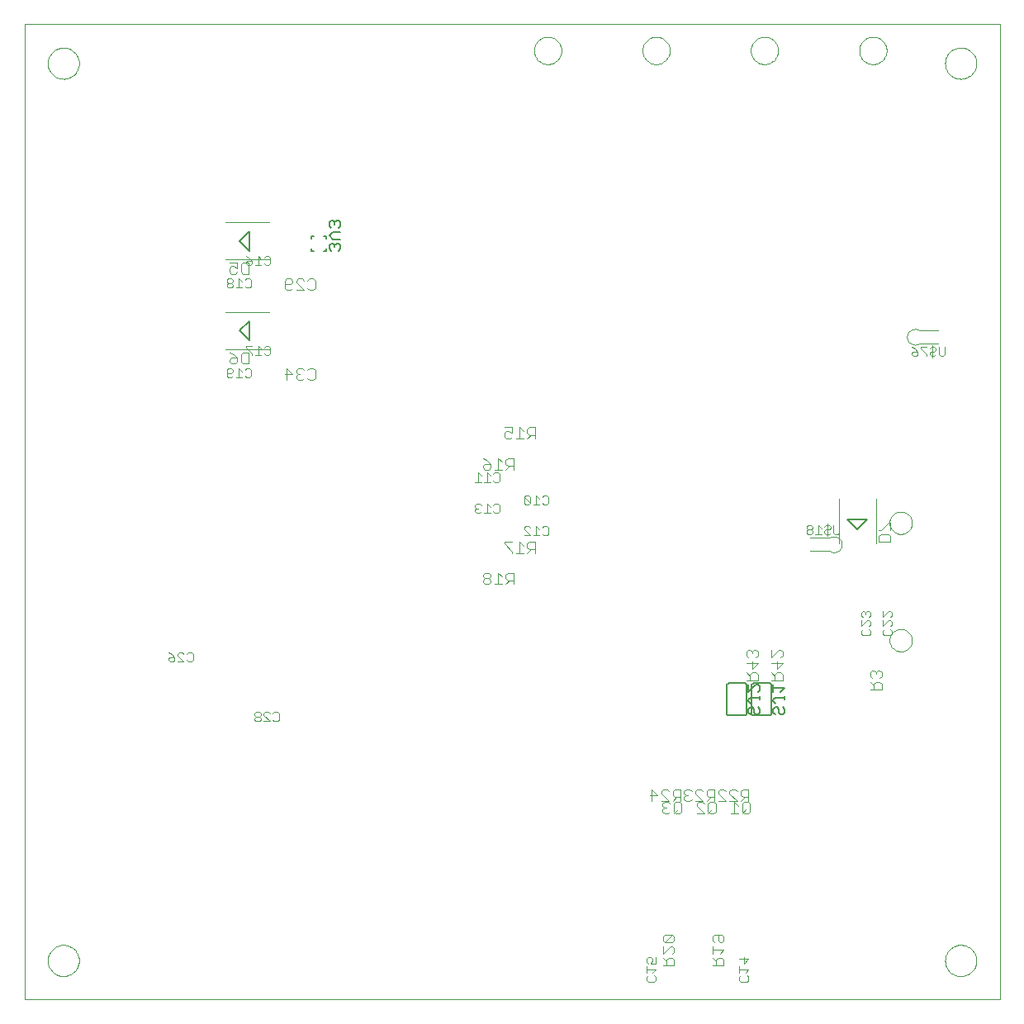
<source format=gbo>
G75*
G70*
%OFA0B0*%
%FSLAX24Y24*%
%IPPOS*%
%LPD*%
%AMOC8*
5,1,8,0,0,1.08239X$1,22.5*
%
%ADD10C,0.0000*%
%ADD11C,0.0040*%
%ADD12C,0.0030*%
%ADD13C,0.0080*%
%ADD14C,0.0039*%
%ADD15C,0.0060*%
%ADD16C,0.0050*%
D10*
X002853Y000150D02*
X002853Y039520D01*
X042223Y039520D01*
X042223Y000150D01*
X002853Y000150D01*
X003798Y001725D02*
X003800Y001775D01*
X003806Y001825D01*
X003816Y001874D01*
X003830Y001922D01*
X003847Y001969D01*
X003868Y002014D01*
X003893Y002058D01*
X003921Y002099D01*
X003953Y002138D01*
X003987Y002175D01*
X004024Y002209D01*
X004064Y002239D01*
X004106Y002266D01*
X004150Y002290D01*
X004196Y002311D01*
X004243Y002327D01*
X004291Y002340D01*
X004341Y002349D01*
X004390Y002354D01*
X004441Y002355D01*
X004491Y002352D01*
X004540Y002345D01*
X004589Y002334D01*
X004637Y002319D01*
X004683Y002301D01*
X004728Y002279D01*
X004771Y002253D01*
X004812Y002224D01*
X004851Y002192D01*
X004887Y002157D01*
X004919Y002119D01*
X004949Y002079D01*
X004976Y002036D01*
X004999Y001992D01*
X005018Y001946D01*
X005034Y001898D01*
X005046Y001849D01*
X005054Y001800D01*
X005058Y001750D01*
X005058Y001700D01*
X005054Y001650D01*
X005046Y001601D01*
X005034Y001552D01*
X005018Y001504D01*
X004999Y001458D01*
X004976Y001414D01*
X004949Y001371D01*
X004919Y001331D01*
X004887Y001293D01*
X004851Y001258D01*
X004812Y001226D01*
X004771Y001197D01*
X004728Y001171D01*
X004683Y001149D01*
X004637Y001131D01*
X004589Y001116D01*
X004540Y001105D01*
X004491Y001098D01*
X004441Y001095D01*
X004390Y001096D01*
X004341Y001101D01*
X004291Y001110D01*
X004243Y001123D01*
X004196Y001139D01*
X004150Y001160D01*
X004106Y001184D01*
X004064Y001211D01*
X004024Y001241D01*
X003987Y001275D01*
X003953Y001312D01*
X003921Y001351D01*
X003893Y001392D01*
X003868Y001436D01*
X003847Y001481D01*
X003830Y001528D01*
X003816Y001576D01*
X003806Y001625D01*
X003800Y001675D01*
X003798Y001725D01*
X037775Y014655D02*
X037777Y014697D01*
X037783Y014739D01*
X037793Y014781D01*
X037806Y014821D01*
X037824Y014860D01*
X037845Y014897D01*
X037869Y014931D01*
X037897Y014964D01*
X037927Y014994D01*
X037960Y015020D01*
X037995Y015044D01*
X038033Y015064D01*
X038072Y015080D01*
X038112Y015093D01*
X038154Y015102D01*
X038196Y015107D01*
X038239Y015108D01*
X038281Y015105D01*
X038323Y015098D01*
X038364Y015087D01*
X038404Y015072D01*
X038442Y015054D01*
X038479Y015032D01*
X038513Y015007D01*
X038545Y014979D01*
X038573Y014948D01*
X038599Y014914D01*
X038622Y014878D01*
X038641Y014841D01*
X038657Y014801D01*
X038669Y014760D01*
X038677Y014719D01*
X038681Y014676D01*
X038681Y014634D01*
X038677Y014591D01*
X038669Y014550D01*
X038657Y014509D01*
X038641Y014469D01*
X038622Y014432D01*
X038599Y014396D01*
X038573Y014362D01*
X038545Y014331D01*
X038513Y014303D01*
X038479Y014278D01*
X038442Y014256D01*
X038404Y014238D01*
X038364Y014223D01*
X038323Y014212D01*
X038281Y014205D01*
X038239Y014202D01*
X038196Y014203D01*
X038154Y014208D01*
X038112Y014217D01*
X038072Y014230D01*
X038033Y014246D01*
X037995Y014266D01*
X037960Y014290D01*
X037927Y014316D01*
X037897Y014346D01*
X037869Y014379D01*
X037845Y014413D01*
X037824Y014450D01*
X037806Y014489D01*
X037793Y014529D01*
X037783Y014571D01*
X037777Y014613D01*
X037775Y014655D01*
X037775Y019395D02*
X037777Y019437D01*
X037783Y019479D01*
X037793Y019521D01*
X037806Y019561D01*
X037824Y019600D01*
X037845Y019637D01*
X037869Y019671D01*
X037897Y019704D01*
X037927Y019734D01*
X037960Y019760D01*
X037995Y019784D01*
X038033Y019804D01*
X038072Y019820D01*
X038112Y019833D01*
X038154Y019842D01*
X038196Y019847D01*
X038239Y019848D01*
X038281Y019845D01*
X038323Y019838D01*
X038364Y019827D01*
X038404Y019812D01*
X038442Y019794D01*
X038479Y019772D01*
X038513Y019747D01*
X038545Y019719D01*
X038573Y019688D01*
X038599Y019654D01*
X038622Y019618D01*
X038641Y019581D01*
X038657Y019541D01*
X038669Y019500D01*
X038677Y019459D01*
X038681Y019416D01*
X038681Y019374D01*
X038677Y019331D01*
X038669Y019290D01*
X038657Y019249D01*
X038641Y019209D01*
X038622Y019172D01*
X038599Y019136D01*
X038573Y019102D01*
X038545Y019071D01*
X038513Y019043D01*
X038479Y019018D01*
X038442Y018996D01*
X038404Y018978D01*
X038364Y018963D01*
X038323Y018952D01*
X038281Y018945D01*
X038239Y018942D01*
X038196Y018943D01*
X038154Y018948D01*
X038112Y018957D01*
X038072Y018970D01*
X038033Y018986D01*
X037995Y019006D01*
X037960Y019030D01*
X037927Y019056D01*
X037897Y019086D01*
X037869Y019119D01*
X037845Y019153D01*
X037824Y019190D01*
X037806Y019229D01*
X037793Y019269D01*
X037783Y019311D01*
X037777Y019353D01*
X037775Y019395D01*
X040018Y001725D02*
X040020Y001775D01*
X040026Y001825D01*
X040036Y001874D01*
X040050Y001922D01*
X040067Y001969D01*
X040088Y002014D01*
X040113Y002058D01*
X040141Y002099D01*
X040173Y002138D01*
X040207Y002175D01*
X040244Y002209D01*
X040284Y002239D01*
X040326Y002266D01*
X040370Y002290D01*
X040416Y002311D01*
X040463Y002327D01*
X040511Y002340D01*
X040561Y002349D01*
X040610Y002354D01*
X040661Y002355D01*
X040711Y002352D01*
X040760Y002345D01*
X040809Y002334D01*
X040857Y002319D01*
X040903Y002301D01*
X040948Y002279D01*
X040991Y002253D01*
X041032Y002224D01*
X041071Y002192D01*
X041107Y002157D01*
X041139Y002119D01*
X041169Y002079D01*
X041196Y002036D01*
X041219Y001992D01*
X041238Y001946D01*
X041254Y001898D01*
X041266Y001849D01*
X041274Y001800D01*
X041278Y001750D01*
X041278Y001700D01*
X041274Y001650D01*
X041266Y001601D01*
X041254Y001552D01*
X041238Y001504D01*
X041219Y001458D01*
X041196Y001414D01*
X041169Y001371D01*
X041139Y001331D01*
X041107Y001293D01*
X041071Y001258D01*
X041032Y001226D01*
X040991Y001197D01*
X040948Y001171D01*
X040903Y001149D01*
X040857Y001131D01*
X040809Y001116D01*
X040760Y001105D01*
X040711Y001098D01*
X040661Y001095D01*
X040610Y001096D01*
X040561Y001101D01*
X040511Y001110D01*
X040463Y001123D01*
X040416Y001139D01*
X040370Y001160D01*
X040326Y001184D01*
X040284Y001211D01*
X040244Y001241D01*
X040207Y001275D01*
X040173Y001312D01*
X040141Y001351D01*
X040113Y001392D01*
X040088Y001436D01*
X040067Y001481D01*
X040050Y001528D01*
X040036Y001576D01*
X040026Y001625D01*
X040020Y001675D01*
X040018Y001725D01*
X040018Y037945D02*
X040020Y037995D01*
X040026Y038045D01*
X040036Y038094D01*
X040050Y038142D01*
X040067Y038189D01*
X040088Y038234D01*
X040113Y038278D01*
X040141Y038319D01*
X040173Y038358D01*
X040207Y038395D01*
X040244Y038429D01*
X040284Y038459D01*
X040326Y038486D01*
X040370Y038510D01*
X040416Y038531D01*
X040463Y038547D01*
X040511Y038560D01*
X040561Y038569D01*
X040610Y038574D01*
X040661Y038575D01*
X040711Y038572D01*
X040760Y038565D01*
X040809Y038554D01*
X040857Y038539D01*
X040903Y038521D01*
X040948Y038499D01*
X040991Y038473D01*
X041032Y038444D01*
X041071Y038412D01*
X041107Y038377D01*
X041139Y038339D01*
X041169Y038299D01*
X041196Y038256D01*
X041219Y038212D01*
X041238Y038166D01*
X041254Y038118D01*
X041266Y038069D01*
X041274Y038020D01*
X041278Y037970D01*
X041278Y037920D01*
X041274Y037870D01*
X041266Y037821D01*
X041254Y037772D01*
X041238Y037724D01*
X041219Y037678D01*
X041196Y037634D01*
X041169Y037591D01*
X041139Y037551D01*
X041107Y037513D01*
X041071Y037478D01*
X041032Y037446D01*
X040991Y037417D01*
X040948Y037391D01*
X040903Y037369D01*
X040857Y037351D01*
X040809Y037336D01*
X040760Y037325D01*
X040711Y037318D01*
X040661Y037315D01*
X040610Y037316D01*
X040561Y037321D01*
X040511Y037330D01*
X040463Y037343D01*
X040416Y037359D01*
X040370Y037380D01*
X040326Y037404D01*
X040284Y037431D01*
X040244Y037461D01*
X040207Y037495D01*
X040173Y037532D01*
X040141Y037571D01*
X040113Y037612D01*
X040088Y037656D01*
X040067Y037701D01*
X040050Y037748D01*
X040036Y037796D01*
X040026Y037845D01*
X040020Y037895D01*
X040018Y037945D01*
X036552Y038459D02*
X036554Y038506D01*
X036560Y038552D01*
X036570Y038598D01*
X036583Y038643D01*
X036601Y038686D01*
X036622Y038728D01*
X036646Y038768D01*
X036674Y038805D01*
X036705Y038840D01*
X036739Y038873D01*
X036775Y038902D01*
X036814Y038928D01*
X036855Y038951D01*
X036898Y038970D01*
X036942Y038986D01*
X036987Y038998D01*
X037033Y039006D01*
X037080Y039010D01*
X037126Y039010D01*
X037173Y039006D01*
X037219Y038998D01*
X037264Y038986D01*
X037308Y038970D01*
X037351Y038951D01*
X037392Y038928D01*
X037431Y038902D01*
X037467Y038873D01*
X037501Y038840D01*
X037532Y038805D01*
X037560Y038768D01*
X037584Y038728D01*
X037605Y038686D01*
X037623Y038643D01*
X037636Y038598D01*
X037646Y038552D01*
X037652Y038506D01*
X037654Y038459D01*
X037652Y038412D01*
X037646Y038366D01*
X037636Y038320D01*
X037623Y038275D01*
X037605Y038232D01*
X037584Y038190D01*
X037560Y038150D01*
X037532Y038113D01*
X037501Y038078D01*
X037467Y038045D01*
X037431Y038016D01*
X037392Y037990D01*
X037351Y037967D01*
X037308Y037948D01*
X037264Y037932D01*
X037219Y037920D01*
X037173Y037912D01*
X037126Y037908D01*
X037080Y037908D01*
X037033Y037912D01*
X036987Y037920D01*
X036942Y037932D01*
X036898Y037948D01*
X036855Y037967D01*
X036814Y037990D01*
X036775Y038016D01*
X036739Y038045D01*
X036705Y038078D01*
X036674Y038113D01*
X036646Y038150D01*
X036622Y038190D01*
X036601Y038232D01*
X036583Y038275D01*
X036570Y038320D01*
X036560Y038366D01*
X036554Y038412D01*
X036552Y038459D01*
X032177Y038459D02*
X032179Y038506D01*
X032185Y038552D01*
X032195Y038598D01*
X032208Y038643D01*
X032226Y038686D01*
X032247Y038728D01*
X032271Y038768D01*
X032299Y038805D01*
X032330Y038840D01*
X032364Y038873D01*
X032400Y038902D01*
X032439Y038928D01*
X032480Y038951D01*
X032523Y038970D01*
X032567Y038986D01*
X032612Y038998D01*
X032658Y039006D01*
X032705Y039010D01*
X032751Y039010D01*
X032798Y039006D01*
X032844Y038998D01*
X032889Y038986D01*
X032933Y038970D01*
X032976Y038951D01*
X033017Y038928D01*
X033056Y038902D01*
X033092Y038873D01*
X033126Y038840D01*
X033157Y038805D01*
X033185Y038768D01*
X033209Y038728D01*
X033230Y038686D01*
X033248Y038643D01*
X033261Y038598D01*
X033271Y038552D01*
X033277Y038506D01*
X033279Y038459D01*
X033277Y038412D01*
X033271Y038366D01*
X033261Y038320D01*
X033248Y038275D01*
X033230Y038232D01*
X033209Y038190D01*
X033185Y038150D01*
X033157Y038113D01*
X033126Y038078D01*
X033092Y038045D01*
X033056Y038016D01*
X033017Y037990D01*
X032976Y037967D01*
X032933Y037948D01*
X032889Y037932D01*
X032844Y037920D01*
X032798Y037912D01*
X032751Y037908D01*
X032705Y037908D01*
X032658Y037912D01*
X032612Y037920D01*
X032567Y037932D01*
X032523Y037948D01*
X032480Y037967D01*
X032439Y037990D01*
X032400Y038016D01*
X032364Y038045D01*
X032330Y038078D01*
X032299Y038113D01*
X032271Y038150D01*
X032247Y038190D01*
X032226Y038232D01*
X032208Y038275D01*
X032195Y038320D01*
X032185Y038366D01*
X032179Y038412D01*
X032177Y038459D01*
X027802Y038459D02*
X027804Y038506D01*
X027810Y038552D01*
X027820Y038598D01*
X027833Y038643D01*
X027851Y038686D01*
X027872Y038728D01*
X027896Y038768D01*
X027924Y038805D01*
X027955Y038840D01*
X027989Y038873D01*
X028025Y038902D01*
X028064Y038928D01*
X028105Y038951D01*
X028148Y038970D01*
X028192Y038986D01*
X028237Y038998D01*
X028283Y039006D01*
X028330Y039010D01*
X028376Y039010D01*
X028423Y039006D01*
X028469Y038998D01*
X028514Y038986D01*
X028558Y038970D01*
X028601Y038951D01*
X028642Y038928D01*
X028681Y038902D01*
X028717Y038873D01*
X028751Y038840D01*
X028782Y038805D01*
X028810Y038768D01*
X028834Y038728D01*
X028855Y038686D01*
X028873Y038643D01*
X028886Y038598D01*
X028896Y038552D01*
X028902Y038506D01*
X028904Y038459D01*
X028902Y038412D01*
X028896Y038366D01*
X028886Y038320D01*
X028873Y038275D01*
X028855Y038232D01*
X028834Y038190D01*
X028810Y038150D01*
X028782Y038113D01*
X028751Y038078D01*
X028717Y038045D01*
X028681Y038016D01*
X028642Y037990D01*
X028601Y037967D01*
X028558Y037948D01*
X028514Y037932D01*
X028469Y037920D01*
X028423Y037912D01*
X028376Y037908D01*
X028330Y037908D01*
X028283Y037912D01*
X028237Y037920D01*
X028192Y037932D01*
X028148Y037948D01*
X028105Y037967D01*
X028064Y037990D01*
X028025Y038016D01*
X027989Y038045D01*
X027955Y038078D01*
X027924Y038113D01*
X027896Y038150D01*
X027872Y038190D01*
X027851Y038232D01*
X027833Y038275D01*
X027820Y038320D01*
X027810Y038366D01*
X027804Y038412D01*
X027802Y038459D01*
X023427Y038459D02*
X023429Y038506D01*
X023435Y038552D01*
X023445Y038598D01*
X023458Y038643D01*
X023476Y038686D01*
X023497Y038728D01*
X023521Y038768D01*
X023549Y038805D01*
X023580Y038840D01*
X023614Y038873D01*
X023650Y038902D01*
X023689Y038928D01*
X023730Y038951D01*
X023773Y038970D01*
X023817Y038986D01*
X023862Y038998D01*
X023908Y039006D01*
X023955Y039010D01*
X024001Y039010D01*
X024048Y039006D01*
X024094Y038998D01*
X024139Y038986D01*
X024183Y038970D01*
X024226Y038951D01*
X024267Y038928D01*
X024306Y038902D01*
X024342Y038873D01*
X024376Y038840D01*
X024407Y038805D01*
X024435Y038768D01*
X024459Y038728D01*
X024480Y038686D01*
X024498Y038643D01*
X024511Y038598D01*
X024521Y038552D01*
X024527Y038506D01*
X024529Y038459D01*
X024527Y038412D01*
X024521Y038366D01*
X024511Y038320D01*
X024498Y038275D01*
X024480Y038232D01*
X024459Y038190D01*
X024435Y038150D01*
X024407Y038113D01*
X024376Y038078D01*
X024342Y038045D01*
X024306Y038016D01*
X024267Y037990D01*
X024226Y037967D01*
X024183Y037948D01*
X024139Y037932D01*
X024094Y037920D01*
X024048Y037912D01*
X024001Y037908D01*
X023955Y037908D01*
X023908Y037912D01*
X023862Y037920D01*
X023817Y037932D01*
X023773Y037948D01*
X023730Y037967D01*
X023689Y037990D01*
X023650Y038016D01*
X023614Y038045D01*
X023580Y038078D01*
X023549Y038113D01*
X023521Y038150D01*
X023497Y038190D01*
X023476Y038232D01*
X023458Y038275D01*
X023445Y038320D01*
X023435Y038366D01*
X023429Y038412D01*
X023427Y038459D01*
X003798Y037945D02*
X003800Y037995D01*
X003806Y038045D01*
X003816Y038094D01*
X003830Y038142D01*
X003847Y038189D01*
X003868Y038234D01*
X003893Y038278D01*
X003921Y038319D01*
X003953Y038358D01*
X003987Y038395D01*
X004024Y038429D01*
X004064Y038459D01*
X004106Y038486D01*
X004150Y038510D01*
X004196Y038531D01*
X004243Y038547D01*
X004291Y038560D01*
X004341Y038569D01*
X004390Y038574D01*
X004441Y038575D01*
X004491Y038572D01*
X004540Y038565D01*
X004589Y038554D01*
X004637Y038539D01*
X004683Y038521D01*
X004728Y038499D01*
X004771Y038473D01*
X004812Y038444D01*
X004851Y038412D01*
X004887Y038377D01*
X004919Y038339D01*
X004949Y038299D01*
X004976Y038256D01*
X004999Y038212D01*
X005018Y038166D01*
X005034Y038118D01*
X005046Y038069D01*
X005054Y038020D01*
X005058Y037970D01*
X005058Y037920D01*
X005054Y037870D01*
X005046Y037821D01*
X005034Y037772D01*
X005018Y037724D01*
X004999Y037678D01*
X004976Y037634D01*
X004949Y037591D01*
X004919Y037551D01*
X004887Y037513D01*
X004851Y037478D01*
X004812Y037446D01*
X004771Y037417D01*
X004728Y037391D01*
X004683Y037369D01*
X004637Y037351D01*
X004589Y037336D01*
X004540Y037325D01*
X004491Y037318D01*
X004441Y037315D01*
X004390Y037316D01*
X004341Y037321D01*
X004291Y037330D01*
X004243Y037343D01*
X004196Y037359D01*
X004150Y037380D01*
X004106Y037404D01*
X004064Y037431D01*
X004024Y037461D01*
X003987Y037495D01*
X003953Y037532D01*
X003921Y037571D01*
X003893Y037612D01*
X003868Y037656D01*
X003847Y037701D01*
X003830Y037748D01*
X003816Y037796D01*
X003806Y037845D01*
X003800Y037895D01*
X003798Y037945D01*
D11*
X010963Y031525D02*
X012743Y031525D01*
X012743Y030025D02*
X010963Y030025D01*
X011136Y029905D02*
X011443Y029905D01*
X011443Y029675D01*
X011290Y029752D01*
X011213Y029752D01*
X011136Y029675D01*
X011136Y029522D01*
X011213Y029445D01*
X011367Y029445D01*
X011443Y029522D01*
X011597Y029522D02*
X011597Y029829D01*
X011674Y029905D01*
X011904Y029905D01*
X011904Y029445D01*
X011674Y029445D01*
X011597Y029522D01*
X010963Y027900D02*
X012743Y027900D01*
X013438Y028795D02*
X013361Y028872D01*
X013361Y029179D01*
X013438Y029255D01*
X013592Y029255D01*
X013668Y029179D01*
X013668Y029102D01*
X013592Y029025D01*
X013361Y029025D01*
X013438Y028795D02*
X013592Y028795D01*
X013668Y028872D01*
X013822Y028795D02*
X014129Y028795D01*
X013822Y029102D01*
X013822Y029179D01*
X013899Y029255D01*
X014052Y029255D01*
X014129Y029179D01*
X014282Y029179D02*
X014359Y029255D01*
X014512Y029255D01*
X014589Y029179D01*
X014589Y028872D01*
X014512Y028795D01*
X014359Y028795D01*
X014282Y028872D01*
X012743Y026400D02*
X010963Y026400D01*
X011136Y026280D02*
X011290Y026204D01*
X011443Y026050D01*
X011213Y026050D01*
X011136Y025973D01*
X011136Y025897D01*
X011213Y025820D01*
X011367Y025820D01*
X011443Y025897D01*
X011443Y026050D01*
X011597Y025897D02*
X011597Y026204D01*
X011674Y026280D01*
X011904Y026280D01*
X011904Y025820D01*
X011674Y025820D01*
X011597Y025897D01*
X013361Y025400D02*
X013668Y025400D01*
X013438Y025630D01*
X013438Y025170D01*
X013822Y025247D02*
X013899Y025170D01*
X014052Y025170D01*
X014129Y025247D01*
X014282Y025247D02*
X014359Y025170D01*
X014512Y025170D01*
X014589Y025247D01*
X014589Y025554D01*
X014512Y025630D01*
X014359Y025630D01*
X014282Y025554D01*
X014129Y025554D02*
X014052Y025630D01*
X013899Y025630D01*
X013822Y025554D01*
X013822Y025477D01*
X013899Y025400D01*
X013822Y025323D01*
X013822Y025247D01*
X013899Y025400D02*
X013975Y025400D01*
X021361Y022005D02*
X021515Y021929D01*
X021668Y021775D01*
X021438Y021775D01*
X021361Y021698D01*
X021361Y021622D01*
X021438Y021545D01*
X021592Y021545D01*
X021668Y021622D01*
X021668Y021775D01*
X021822Y021545D02*
X022129Y021545D01*
X022282Y021545D02*
X022436Y021698D01*
X022359Y021698D02*
X022589Y021698D01*
X022589Y021545D02*
X022589Y022005D01*
X022359Y022005D01*
X022282Y021929D01*
X022282Y021775D01*
X022359Y021698D01*
X022129Y021852D02*
X021975Y022005D01*
X021975Y021545D01*
X022307Y022795D02*
X022460Y022795D01*
X022537Y022872D01*
X022537Y023025D02*
X022384Y023102D01*
X022307Y023102D01*
X022230Y023025D01*
X022230Y022872D01*
X022307Y022795D01*
X022537Y023025D02*
X022537Y023255D01*
X022230Y023255D01*
X022844Y023255D02*
X022844Y022795D01*
X022691Y022795D02*
X022998Y022795D01*
X023151Y022795D02*
X023304Y022948D01*
X023228Y022948D02*
X023458Y022948D01*
X023458Y022795D02*
X023458Y023255D01*
X023228Y023255D01*
X023151Y023179D01*
X023151Y023025D01*
X023228Y022948D01*
X022998Y023102D02*
X022844Y023255D01*
X022844Y018630D02*
X022844Y018170D01*
X022691Y018170D02*
X022998Y018170D01*
X023151Y018170D02*
X023304Y018323D01*
X023228Y018323D02*
X023458Y018323D01*
X023458Y018170D02*
X023458Y018630D01*
X023228Y018630D01*
X023151Y018554D01*
X023151Y018400D01*
X023228Y018323D01*
X022998Y018477D02*
X022844Y018630D01*
X022537Y018630D02*
X022230Y018630D01*
X022230Y018554D01*
X022537Y018247D01*
X022537Y018170D01*
X022589Y017380D02*
X022359Y017380D01*
X022282Y017304D01*
X022282Y017150D01*
X022359Y017073D01*
X022589Y017073D01*
X022589Y016920D02*
X022589Y017380D01*
X022436Y017073D02*
X022282Y016920D01*
X022129Y016920D02*
X021822Y016920D01*
X021975Y016920D02*
X021975Y017380D01*
X022129Y017227D01*
X021668Y017227D02*
X021668Y017304D01*
X021592Y017380D01*
X021438Y017380D01*
X021361Y017304D01*
X021361Y017227D01*
X021438Y017150D01*
X021592Y017150D01*
X021668Y017227D01*
X021592Y017150D02*
X021668Y017073D01*
X021668Y016997D01*
X021592Y016920D01*
X021438Y016920D01*
X021361Y016997D01*
X021361Y017073D01*
X021438Y017150D01*
X028182Y008630D02*
X028412Y008400D01*
X028105Y008400D01*
X028182Y008170D02*
X028182Y008630D01*
X028566Y008554D02*
X028642Y008630D01*
X028796Y008630D01*
X028873Y008554D01*
X029026Y008554D02*
X029026Y008400D01*
X029103Y008323D01*
X029333Y008323D01*
X029480Y008323D02*
X029480Y008247D01*
X029557Y008170D01*
X029710Y008170D01*
X029787Y008247D01*
X029941Y008170D02*
X030248Y008170D01*
X029941Y008477D01*
X029941Y008554D01*
X030017Y008630D01*
X030171Y008630D01*
X030248Y008554D01*
X030401Y008554D02*
X030401Y008400D01*
X030478Y008323D01*
X030708Y008323D01*
X030708Y008170D02*
X030708Y008630D01*
X030478Y008630D01*
X030401Y008554D01*
X030554Y008323D02*
X030401Y008170D01*
X030447Y008054D02*
X030447Y007747D01*
X030524Y007670D01*
X030677Y007670D01*
X030754Y007747D01*
X030754Y008054D01*
X030677Y008130D01*
X030524Y008130D01*
X030447Y008054D01*
X030293Y008054D02*
X030217Y008130D01*
X030063Y008130D01*
X029986Y008054D01*
X029986Y007977D01*
X030293Y007670D01*
X029986Y007670D01*
X030447Y007670D02*
X030600Y007823D01*
X030855Y008170D02*
X031162Y008170D01*
X030855Y008477D01*
X030855Y008554D01*
X030932Y008630D01*
X031085Y008630D01*
X031162Y008554D01*
X031316Y008554D02*
X031316Y008477D01*
X031623Y008170D01*
X031316Y008170D01*
X031515Y008130D02*
X031515Y007670D01*
X031668Y007670D02*
X031361Y007670D01*
X031668Y007977D02*
X031515Y008130D01*
X031776Y008170D02*
X031929Y008323D01*
X031853Y008323D02*
X032083Y008323D01*
X032083Y008170D02*
X032083Y008630D01*
X031853Y008630D01*
X031776Y008554D01*
X031776Y008400D01*
X031853Y008323D01*
X031899Y008130D02*
X031822Y008054D01*
X031822Y007747D01*
X031899Y007670D01*
X032052Y007670D01*
X032129Y007747D01*
X032129Y008054D01*
X032052Y008130D01*
X031899Y008130D01*
X031975Y007823D02*
X031822Y007670D01*
X031623Y008554D02*
X031546Y008630D01*
X031392Y008630D01*
X031316Y008554D01*
X029787Y008554D02*
X029710Y008630D01*
X029557Y008630D01*
X029480Y008554D01*
X029480Y008477D01*
X029557Y008400D01*
X029480Y008323D01*
X029557Y008400D02*
X029634Y008400D01*
X029333Y008170D02*
X029333Y008630D01*
X029103Y008630D01*
X029026Y008554D01*
X029179Y008323D02*
X029026Y008170D01*
X029072Y008054D02*
X029072Y007747D01*
X029149Y007670D01*
X029302Y007670D01*
X029379Y007747D01*
X029379Y008054D01*
X029302Y008130D01*
X029149Y008130D01*
X029072Y008054D01*
X028918Y008054D02*
X028842Y008130D01*
X028688Y008130D01*
X028611Y008054D01*
X028611Y007977D01*
X028688Y007900D01*
X028611Y007823D01*
X028611Y007747D01*
X028688Y007670D01*
X028842Y007670D01*
X028918Y007747D01*
X029072Y007670D02*
X029225Y007823D01*
X028765Y007900D02*
X028688Y007900D01*
X028566Y008170D02*
X028873Y008170D01*
X028566Y008477D01*
X028566Y008554D01*
X031998Y013045D02*
X032458Y013045D01*
X032458Y013275D01*
X032382Y013352D01*
X032228Y013352D01*
X032151Y013275D01*
X032151Y013045D01*
X032151Y013198D02*
X031998Y013352D01*
X032228Y013505D02*
X032228Y013812D01*
X032075Y013966D02*
X031998Y014043D01*
X031998Y014196D01*
X032075Y014273D01*
X032151Y014273D01*
X032228Y014196D01*
X032228Y014119D01*
X032228Y014196D02*
X032305Y014273D01*
X032382Y014273D01*
X032458Y014196D01*
X032458Y014043D01*
X032382Y013966D01*
X032458Y013736D02*
X031998Y013736D01*
X032228Y013505D02*
X032458Y013736D01*
X032998Y013736D02*
X033458Y013736D01*
X033228Y013505D01*
X033228Y013812D01*
X033382Y013966D02*
X033458Y014043D01*
X033458Y014196D01*
X033382Y014273D01*
X033305Y014273D01*
X032998Y013966D01*
X032998Y014273D01*
X032998Y013352D02*
X033151Y013198D01*
X033151Y013275D02*
X033151Y013045D01*
X032998Y013045D02*
X033458Y013045D01*
X033458Y013275D01*
X033382Y013352D01*
X033228Y013352D01*
X033151Y013275D01*
X036998Y013207D02*
X037075Y013130D01*
X036998Y013207D02*
X036998Y013361D01*
X037075Y013437D01*
X037151Y013437D01*
X037228Y013361D01*
X037228Y013284D01*
X037228Y013361D02*
X037305Y013437D01*
X037382Y013437D01*
X037458Y013361D01*
X037458Y013207D01*
X037382Y013130D01*
X037382Y012977D02*
X037228Y012977D01*
X037151Y012900D01*
X037151Y012670D01*
X036998Y012670D02*
X037458Y012670D01*
X037458Y012900D01*
X037382Y012977D01*
X037151Y012823D02*
X036998Y012977D01*
X037228Y018573D02*
X037228Y020353D01*
X037732Y019400D02*
X037425Y019093D01*
X037348Y019093D01*
X037425Y018939D02*
X037732Y018939D01*
X037808Y018863D01*
X037808Y018633D01*
X037348Y018633D01*
X037348Y018863D01*
X037425Y018939D01*
X037808Y019093D02*
X037808Y019400D01*
X037732Y019400D01*
X035728Y018573D02*
X035728Y020353D01*
X031007Y002767D02*
X030700Y002767D01*
X030623Y002690D01*
X030623Y002536D01*
X030700Y002460D01*
X030853Y002536D02*
X030853Y002767D01*
X031007Y002767D02*
X031083Y002690D01*
X031083Y002536D01*
X031007Y002460D01*
X030930Y002460D01*
X030853Y002536D01*
X030623Y002306D02*
X030623Y001999D01*
X030623Y001846D02*
X030776Y001692D01*
X030776Y001769D02*
X030776Y001539D01*
X030623Y001539D02*
X031083Y001539D01*
X031083Y001769D01*
X031007Y001846D01*
X030853Y001846D01*
X030776Y001769D01*
X030930Y001999D02*
X031083Y002153D01*
X030623Y002153D01*
X029083Y002229D02*
X029083Y002076D01*
X029007Y001999D01*
X029007Y001846D02*
X028853Y001846D01*
X028776Y001769D01*
X028776Y001539D01*
X028623Y001539D02*
X029083Y001539D01*
X029083Y001769D01*
X029007Y001846D01*
X028776Y001692D02*
X028623Y001846D01*
X028623Y001999D02*
X028930Y002306D01*
X029007Y002306D01*
X029083Y002229D01*
X029007Y002460D02*
X029083Y002536D01*
X029083Y002690D01*
X029007Y002767D01*
X028700Y002460D01*
X028623Y002536D01*
X028623Y002690D01*
X028700Y002767D01*
X029007Y002767D01*
X029007Y002460D02*
X028700Y002460D01*
X028623Y002306D02*
X028623Y001999D01*
D12*
X028332Y001859D02*
X028332Y001612D01*
X028147Y001612D01*
X028209Y001735D01*
X028209Y001797D01*
X028147Y001859D01*
X028024Y001859D01*
X027962Y001797D01*
X027962Y001673D01*
X028024Y001612D01*
X027962Y001490D02*
X027962Y001243D01*
X027962Y001367D02*
X028332Y001367D01*
X028209Y001243D01*
X028271Y001122D02*
X028332Y001060D01*
X028332Y000937D01*
X028271Y000875D01*
X028024Y000875D01*
X027962Y000937D01*
X027962Y001060D01*
X028024Y001122D01*
X031712Y001060D02*
X031774Y001122D01*
X031712Y001060D02*
X031712Y000937D01*
X031774Y000875D01*
X032021Y000875D01*
X032082Y000937D01*
X032082Y001060D01*
X032021Y001122D01*
X031959Y001243D02*
X032082Y001367D01*
X031712Y001367D01*
X031712Y001490D02*
X031712Y001243D01*
X031897Y001612D02*
X031897Y001859D01*
X031712Y001797D02*
X032082Y001797D01*
X031897Y001612D01*
X036686Y014850D02*
X036624Y014912D01*
X036624Y015035D01*
X036686Y015097D01*
X036624Y015218D02*
X036871Y015465D01*
X036932Y015465D01*
X036994Y015404D01*
X036994Y015280D01*
X036932Y015218D01*
X036932Y015097D02*
X036994Y015035D01*
X036994Y014912D01*
X036932Y014850D01*
X036686Y014850D01*
X036624Y015218D02*
X036624Y015465D01*
X036686Y015587D02*
X036624Y015648D01*
X036624Y015772D01*
X036686Y015834D01*
X036747Y015834D01*
X036809Y015772D01*
X036809Y015710D01*
X036809Y015772D02*
X036871Y015834D01*
X036932Y015834D01*
X036994Y015772D01*
X036994Y015648D01*
X036932Y015587D01*
X037499Y015587D02*
X037746Y015834D01*
X037807Y015834D01*
X037869Y015772D01*
X037869Y015648D01*
X037807Y015587D01*
X037807Y015465D02*
X037869Y015404D01*
X037869Y015280D01*
X037807Y015218D01*
X037807Y015097D02*
X037869Y015035D01*
X037869Y014912D01*
X037807Y014850D01*
X037561Y014850D01*
X037499Y014912D01*
X037499Y015035D01*
X037561Y015097D01*
X037499Y015218D02*
X037746Y015465D01*
X037807Y015465D01*
X037499Y015465D02*
X037499Y015218D01*
X037499Y015587D02*
X037499Y015834D01*
X035690Y018934D02*
X035568Y018934D01*
X035508Y018994D01*
X035508Y019298D01*
X035388Y019237D02*
X035327Y019298D01*
X035206Y019298D01*
X035145Y019237D01*
X035025Y019176D02*
X034904Y019298D01*
X034904Y018934D01*
X035025Y018934D02*
X034783Y018934D01*
X034663Y018994D02*
X034663Y019055D01*
X034602Y019116D01*
X034481Y019116D01*
X034420Y019055D01*
X034420Y018994D01*
X034481Y018934D01*
X034602Y018934D01*
X034663Y018994D01*
X034602Y019116D02*
X034663Y019176D01*
X034663Y019237D01*
X034602Y019298D01*
X034481Y019298D01*
X034420Y019237D01*
X034420Y019176D01*
X034481Y019116D01*
X035145Y019055D02*
X035206Y019116D01*
X035327Y019116D01*
X035388Y019176D01*
X035388Y019237D01*
X035267Y019358D02*
X035267Y018873D01*
X035327Y018934D02*
X035206Y018934D01*
X035145Y018994D01*
X035145Y019055D01*
X035327Y018934D02*
X035388Y018994D01*
X035690Y018934D02*
X035750Y018994D01*
X035750Y019298D01*
X038731Y026128D02*
X038670Y026188D01*
X038670Y026249D01*
X038731Y026310D01*
X038913Y026310D01*
X038913Y026188D01*
X038852Y026128D01*
X038731Y026128D01*
X038913Y026310D02*
X038792Y026431D01*
X038670Y026492D01*
X039033Y026492D02*
X039033Y026431D01*
X039276Y026188D01*
X039276Y026128D01*
X039395Y026188D02*
X039395Y026249D01*
X039456Y026310D01*
X039577Y026310D01*
X039638Y026370D01*
X039638Y026431D01*
X039577Y026492D01*
X039456Y026492D01*
X039395Y026431D01*
X039276Y026492D02*
X039033Y026492D01*
X039395Y026188D02*
X039456Y026128D01*
X039577Y026128D01*
X039638Y026188D01*
X039758Y026188D02*
X039758Y026492D01*
X040001Y026492D02*
X040001Y026188D01*
X039940Y026128D01*
X039819Y026128D01*
X039758Y026188D01*
X039517Y026067D02*
X039517Y026552D01*
X024003Y020443D02*
X024003Y020196D01*
X023941Y020134D01*
X023818Y020134D01*
X023756Y020196D01*
X023635Y020134D02*
X023388Y020134D01*
X023511Y020134D02*
X023511Y020504D01*
X023635Y020381D01*
X023756Y020443D02*
X023818Y020504D01*
X023941Y020504D01*
X024003Y020443D01*
X023266Y020443D02*
X023266Y020196D01*
X023019Y020443D01*
X023019Y020196D01*
X023081Y020134D01*
X023205Y020134D01*
X023266Y020196D01*
X023266Y020443D02*
X023205Y020504D01*
X023081Y020504D01*
X023019Y020443D01*
X022028Y020105D02*
X022028Y019858D01*
X021966Y019796D01*
X021843Y019796D01*
X021781Y019858D01*
X021660Y019796D02*
X021413Y019796D01*
X021536Y019796D02*
X021536Y020166D01*
X021660Y020043D01*
X021781Y020105D02*
X021843Y020166D01*
X021966Y020166D01*
X022028Y020105D01*
X021291Y020105D02*
X021230Y020166D01*
X021106Y020166D01*
X021044Y020105D01*
X021044Y020043D01*
X021106Y019981D01*
X021044Y019919D01*
X021044Y019858D01*
X021106Y019796D01*
X021230Y019796D01*
X021291Y019858D01*
X021168Y019981D02*
X021106Y019981D01*
X021044Y021046D02*
X021291Y021046D01*
X021413Y021046D02*
X021660Y021046D01*
X021536Y021046D02*
X021536Y021416D01*
X021660Y021293D01*
X021781Y021355D02*
X021843Y021416D01*
X021966Y021416D01*
X022028Y021355D01*
X022028Y021108D01*
X021966Y021046D01*
X021843Y021046D01*
X021781Y021108D01*
X021291Y021293D02*
X021168Y021416D01*
X021168Y021046D01*
X023019Y019193D02*
X023081Y019254D01*
X023205Y019254D01*
X023266Y019193D01*
X023019Y019193D02*
X023019Y019131D01*
X023266Y018884D01*
X023019Y018884D01*
X023388Y018884D02*
X023635Y018884D01*
X023511Y018884D02*
X023511Y019254D01*
X023635Y019131D01*
X023756Y019193D02*
X023818Y019254D01*
X023941Y019254D01*
X024003Y019193D01*
X024003Y018946D01*
X023941Y018884D01*
X023818Y018884D01*
X023756Y018946D01*
X013128Y011693D02*
X013128Y011446D01*
X013066Y011384D01*
X012943Y011384D01*
X012881Y011446D01*
X012760Y011384D02*
X012513Y011384D01*
X012391Y011446D02*
X012330Y011384D01*
X012206Y011384D01*
X012144Y011446D01*
X012144Y011508D01*
X012206Y011569D01*
X012330Y011569D01*
X012391Y011631D01*
X012391Y011693D01*
X012330Y011754D01*
X012206Y011754D01*
X012144Y011693D01*
X012144Y011631D01*
X012206Y011569D01*
X012330Y011569D02*
X012391Y011508D01*
X012391Y011446D01*
X012513Y011631D02*
X012513Y011693D01*
X012574Y011754D01*
X012698Y011754D01*
X012760Y011693D01*
X012881Y011693D02*
X012943Y011754D01*
X013066Y011754D01*
X013128Y011693D01*
X012760Y011384D02*
X012513Y011631D01*
X009653Y013858D02*
X009591Y013796D01*
X009468Y013796D01*
X009406Y013858D01*
X009285Y013796D02*
X009038Y013796D01*
X008916Y013858D02*
X008855Y013796D01*
X008731Y013796D01*
X008669Y013858D01*
X008669Y013919D01*
X008731Y013981D01*
X008916Y013981D01*
X008916Y013858D01*
X008916Y013981D02*
X008793Y014105D01*
X008669Y014166D01*
X009038Y014105D02*
X009099Y014166D01*
X009223Y014166D01*
X009285Y014105D01*
X009406Y014105D02*
X009468Y014166D01*
X009591Y014166D01*
X009653Y014105D01*
X009653Y013858D01*
X009285Y013796D02*
X009038Y014043D01*
X009038Y014105D01*
X011081Y025259D02*
X011019Y025321D01*
X011019Y025568D01*
X011081Y025629D01*
X011205Y025629D01*
X011266Y025568D01*
X011266Y025506D01*
X011205Y025444D01*
X011019Y025444D01*
X011081Y025259D02*
X011205Y025259D01*
X011266Y025321D01*
X011388Y025259D02*
X011635Y025259D01*
X011511Y025259D02*
X011511Y025629D01*
X011635Y025506D01*
X011756Y025568D02*
X011818Y025629D01*
X011941Y025629D01*
X012003Y025568D01*
X012003Y025321D01*
X011941Y025259D01*
X011818Y025259D01*
X011756Y025321D01*
X012041Y026171D02*
X012041Y026233D01*
X011794Y026480D01*
X011794Y026541D01*
X012041Y026541D01*
X012286Y026541D02*
X012286Y026171D01*
X012163Y026171D02*
X012410Y026171D01*
X012531Y026233D02*
X012593Y026171D01*
X012716Y026171D01*
X012778Y026233D01*
X012778Y026480D01*
X012716Y026541D01*
X012593Y026541D01*
X012531Y026480D01*
X012410Y026418D02*
X012286Y026541D01*
X011941Y028884D02*
X011818Y028884D01*
X011756Y028946D01*
X011635Y028884D02*
X011388Y028884D01*
X011511Y028884D02*
X011511Y029254D01*
X011635Y029131D01*
X011756Y029193D02*
X011818Y029254D01*
X011941Y029254D01*
X012003Y029193D01*
X012003Y028946D01*
X011941Y028884D01*
X011266Y028946D02*
X011266Y029008D01*
X011205Y029069D01*
X011081Y029069D01*
X011019Y029008D01*
X011019Y028946D01*
X011081Y028884D01*
X011205Y028884D01*
X011266Y028946D01*
X011205Y029069D02*
X011266Y029131D01*
X011266Y029193D01*
X011205Y029254D01*
X011081Y029254D01*
X011019Y029193D01*
X011019Y029131D01*
X011081Y029069D01*
X011856Y029796D02*
X011794Y029858D01*
X011794Y029919D01*
X011856Y029981D01*
X012041Y029981D01*
X012041Y029858D01*
X011980Y029796D01*
X011856Y029796D01*
X012041Y029981D02*
X011918Y030105D01*
X011794Y030166D01*
X012286Y030166D02*
X012286Y029796D01*
X012163Y029796D02*
X012410Y029796D01*
X012531Y029858D02*
X012593Y029796D01*
X012716Y029796D01*
X012778Y029858D01*
X012778Y030105D01*
X012716Y030166D01*
X012593Y030166D01*
X012531Y030105D01*
X012410Y030043D02*
X012286Y030166D01*
D13*
X011929Y030381D02*
X011929Y031169D01*
X011526Y030775D01*
X011929Y030381D01*
X011929Y027544D02*
X011929Y026756D01*
X011526Y027150D01*
X011929Y027544D01*
X036084Y019538D02*
X036872Y019538D01*
X036478Y019136D01*
X036084Y019538D01*
D14*
X035372Y018801D02*
X034584Y018801D01*
X034584Y018249D02*
X035372Y018249D01*
X035372Y018250D02*
X035403Y018234D01*
X035436Y018221D01*
X035470Y018213D01*
X035505Y018208D01*
X035540Y018207D01*
X035575Y018210D01*
X035609Y018217D01*
X035643Y018227D01*
X035675Y018241D01*
X035705Y018259D01*
X035733Y018280D01*
X035759Y018303D01*
X035782Y018330D01*
X035802Y018358D01*
X035819Y018389D01*
X035832Y018422D01*
X035841Y018455D01*
X035847Y018490D01*
X035849Y018525D01*
X035847Y018560D01*
X035841Y018595D01*
X035832Y018628D01*
X035819Y018661D01*
X035802Y018692D01*
X035782Y018720D01*
X035759Y018747D01*
X035733Y018770D01*
X035705Y018791D01*
X035675Y018809D01*
X035643Y018823D01*
X035609Y018833D01*
X035575Y018840D01*
X035540Y018843D01*
X035505Y018842D01*
X035470Y018837D01*
X035436Y018829D01*
X035403Y018816D01*
X035372Y018800D01*
X038959Y026624D02*
X039747Y026624D01*
X039747Y027176D02*
X038959Y027176D01*
X038959Y027175D02*
X038928Y027191D01*
X038895Y027204D01*
X038861Y027212D01*
X038826Y027217D01*
X038791Y027218D01*
X038756Y027215D01*
X038722Y027208D01*
X038688Y027198D01*
X038656Y027184D01*
X038626Y027166D01*
X038598Y027145D01*
X038572Y027122D01*
X038549Y027095D01*
X038529Y027067D01*
X038512Y027036D01*
X038499Y027003D01*
X038490Y026970D01*
X038484Y026935D01*
X038482Y026900D01*
X038484Y026865D01*
X038490Y026830D01*
X038499Y026797D01*
X038512Y026764D01*
X038529Y026733D01*
X038549Y026705D01*
X038572Y026678D01*
X038598Y026655D01*
X038626Y026634D01*
X038656Y026616D01*
X038688Y026602D01*
X038722Y026592D01*
X038756Y026585D01*
X038791Y026582D01*
X038826Y026583D01*
X038861Y026588D01*
X038895Y026596D01*
X038928Y026609D01*
X038959Y026625D01*
D15*
X032903Y012925D02*
X032303Y012925D01*
X032286Y012923D01*
X032269Y012919D01*
X032253Y012912D01*
X032239Y012902D01*
X032226Y012889D01*
X032216Y012875D01*
X032209Y012859D01*
X032205Y012842D01*
X032203Y012825D01*
X032203Y011725D01*
X032205Y011708D01*
X032209Y011691D01*
X032216Y011675D01*
X032226Y011661D01*
X032239Y011648D01*
X032253Y011638D01*
X032269Y011631D01*
X032286Y011627D01*
X032303Y011625D01*
X032903Y011625D01*
X032920Y011627D01*
X032937Y011631D01*
X032953Y011638D01*
X032967Y011648D01*
X032980Y011661D01*
X032990Y011675D01*
X032997Y011691D01*
X033001Y011708D01*
X033003Y011725D01*
X033003Y012825D01*
X033001Y012842D01*
X032997Y012859D01*
X032990Y012875D01*
X032980Y012889D01*
X032967Y012902D01*
X032953Y012912D01*
X032937Y012919D01*
X032920Y012923D01*
X032903Y012925D01*
X032003Y012825D02*
X032003Y011725D01*
X032001Y011708D01*
X031997Y011691D01*
X031990Y011675D01*
X031980Y011661D01*
X031967Y011648D01*
X031953Y011638D01*
X031937Y011631D01*
X031920Y011627D01*
X031903Y011625D01*
X031303Y011625D01*
X031286Y011627D01*
X031269Y011631D01*
X031253Y011638D01*
X031239Y011648D01*
X031226Y011661D01*
X031216Y011675D01*
X031209Y011691D01*
X031205Y011708D01*
X031203Y011725D01*
X031203Y012825D01*
X031205Y012842D01*
X031209Y012859D01*
X031216Y012875D01*
X031226Y012889D01*
X031239Y012902D01*
X031253Y012912D01*
X031269Y012919D01*
X031286Y012923D01*
X031303Y012925D01*
X031903Y012925D01*
X031920Y012923D01*
X031937Y012919D01*
X031953Y012912D01*
X031967Y012902D01*
X031980Y012889D01*
X031990Y012875D01*
X031997Y012859D01*
X032001Y012842D01*
X032003Y012825D01*
X015028Y030350D02*
X014928Y030350D01*
X015028Y030350D02*
X015028Y030450D01*
X015028Y030850D02*
X015028Y030950D01*
X014928Y030950D01*
X014528Y030950D02*
X014428Y030950D01*
X014428Y030850D01*
X014428Y030450D02*
X014428Y030350D01*
X014528Y030350D01*
D16*
X015153Y030450D02*
X015153Y030600D01*
X015228Y030675D01*
X015303Y030675D01*
X015378Y030600D01*
X015378Y030525D01*
X015378Y030600D02*
X015453Y030675D01*
X015528Y030675D01*
X015603Y030600D01*
X015603Y030450D01*
X015528Y030375D01*
X015228Y030375D02*
X015153Y030450D01*
X015303Y030835D02*
X015153Y030986D01*
X015303Y031136D01*
X015603Y031136D01*
X015528Y031296D02*
X015603Y031371D01*
X015603Y031521D01*
X015528Y031596D01*
X015453Y031596D01*
X015378Y031521D01*
X015303Y031596D01*
X015228Y031596D01*
X015153Y031521D01*
X015153Y031371D01*
X015228Y031296D01*
X015378Y031446D02*
X015378Y031521D01*
X015303Y030835D02*
X015603Y030835D01*
X032078Y012871D02*
X032078Y012571D01*
X032378Y012871D01*
X032453Y012871D01*
X032528Y012796D01*
X032528Y012646D01*
X032453Y012571D01*
X032528Y012411D02*
X032528Y012261D01*
X032528Y012336D02*
X032153Y012336D01*
X032078Y012261D01*
X032078Y012185D01*
X032153Y012110D01*
X032153Y011950D02*
X032078Y011875D01*
X032078Y011725D01*
X032153Y011650D01*
X032303Y011725D02*
X032303Y011875D01*
X032228Y011950D01*
X032153Y011950D01*
X032303Y011725D02*
X032378Y011650D01*
X032453Y011650D01*
X032528Y011725D01*
X032528Y011875D01*
X032453Y011950D01*
X033078Y011875D02*
X033078Y011725D01*
X033153Y011650D01*
X033303Y011725D02*
X033303Y011875D01*
X033228Y011950D01*
X033153Y011950D01*
X033078Y011875D01*
X033153Y012110D02*
X033078Y012185D01*
X033078Y012261D01*
X033153Y012336D01*
X033528Y012336D01*
X033528Y012261D02*
X033528Y012411D01*
X033378Y012571D02*
X033528Y012721D01*
X033078Y012721D01*
X033078Y012571D02*
X033078Y012871D01*
X033453Y011950D02*
X033528Y011875D01*
X033528Y011725D01*
X033453Y011650D01*
X033378Y011650D01*
X033303Y011725D01*
M02*

</source>
